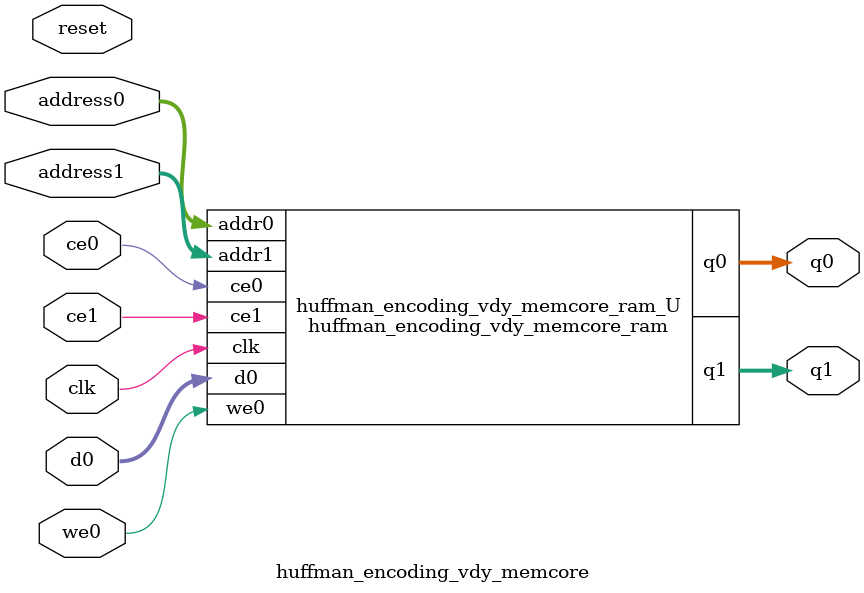
<source format=v>
`timescale 1 ns / 1 ps
module huffman_encoding_vdy_memcore_ram (addr0, ce0, d0, we0, q0, addr1, ce1, q1,  clk);

parameter DWIDTH = 32;
parameter AWIDTH = 6;
parameter MEM_SIZE = 64;

input[AWIDTH-1:0] addr0;
input ce0;
input[DWIDTH-1:0] d0;
input we0;
output reg[DWIDTH-1:0] q0;
input[AWIDTH-1:0] addr1;
input ce1;
output reg[DWIDTH-1:0] q1;
input clk;

(* ram_style = "block" *)reg [DWIDTH-1:0] ram[0:MEM_SIZE-1];




always @(posedge clk)  
begin 
    if (ce0) begin
        if (we0) 
            ram[addr0] <= d0; 
        q0 <= ram[addr0];
    end
end


always @(posedge clk)  
begin 
    if (ce1) begin
        q1 <= ram[addr1];
    end
end


endmodule

`timescale 1 ns / 1 ps
module huffman_encoding_vdy_memcore(
    reset,
    clk,
    address0,
    ce0,
    we0,
    d0,
    q0,
    address1,
    ce1,
    q1);

parameter DataWidth = 32'd32;
parameter AddressRange = 32'd64;
parameter AddressWidth = 32'd6;
input reset;
input clk;
input[AddressWidth - 1:0] address0;
input ce0;
input we0;
input[DataWidth - 1:0] d0;
output[DataWidth - 1:0] q0;
input[AddressWidth - 1:0] address1;
input ce1;
output[DataWidth - 1:0] q1;



huffman_encoding_vdy_memcore_ram huffman_encoding_vdy_memcore_ram_U(
    .clk( clk ),
    .addr0( address0 ),
    .ce0( ce0 ),
    .we0( we0 ),
    .d0( d0 ),
    .q0( q0 ),
    .addr1( address1 ),
    .ce1( ce1 ),
    .q1( q1 ));

endmodule


</source>
